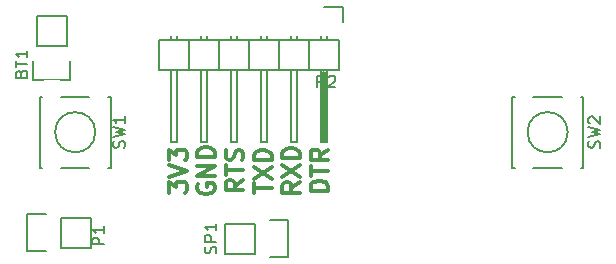
<source format=gto>
G04 #@! TF.FileFunction,Legend,Top*
%FSLAX46Y46*%
G04 Gerber Fmt 4.6, Leading zero omitted, Abs format (unit mm)*
G04 Created by KiCad (PCBNEW 4.0.2+dfsg1-stable) date Mon Jul 16 14:53:24 2018*
%MOMM*%
G01*
G04 APERTURE LIST*
%ADD10C,0.350000*%
%ADD11C,0.300000*%
%ADD12C,0.150000*%
%ADD13R,2.432000X2.432000*%
%ADD14O,2.432000X2.432000*%
%ADD15R,2.127200X2.432000*%
%ADD16O,2.127200X2.432000*%
%ADD17O,1.900000X1.900000*%
%ADD18O,2.400000X2.400000*%
%ADD19R,1.400000X3.150000*%
G04 APERTURE END LIST*
D10*
D11*
X18928571Y-16607142D02*
X18928571Y-15678571D01*
X19500000Y-16178571D01*
X19500000Y-15964285D01*
X19571429Y-15821428D01*
X19642857Y-15749999D01*
X19785714Y-15678571D01*
X20142857Y-15678571D01*
X20285714Y-15749999D01*
X20357143Y-15821428D01*
X20428571Y-15964285D01*
X20428571Y-16392857D01*
X20357143Y-16535714D01*
X20285714Y-16607142D01*
X18928571Y-15250000D02*
X20428571Y-14750000D01*
X18928571Y-14250000D01*
X18928571Y-13892857D02*
X18928571Y-12964286D01*
X19500000Y-13464286D01*
X19500000Y-13250000D01*
X19571429Y-13107143D01*
X19642857Y-13035714D01*
X19785714Y-12964286D01*
X20142857Y-12964286D01*
X20285714Y-13035714D01*
X20357143Y-13107143D01*
X20428571Y-13250000D01*
X20428571Y-13678572D01*
X20357143Y-13821429D01*
X20285714Y-13892857D01*
X21400000Y-15892857D02*
X21328571Y-16035714D01*
X21328571Y-16250000D01*
X21400000Y-16464285D01*
X21542857Y-16607143D01*
X21685714Y-16678571D01*
X21971429Y-16750000D01*
X22185714Y-16750000D01*
X22471429Y-16678571D01*
X22614286Y-16607143D01*
X22757143Y-16464285D01*
X22828571Y-16250000D01*
X22828571Y-16107143D01*
X22757143Y-15892857D01*
X22685714Y-15821428D01*
X22185714Y-15821428D01*
X22185714Y-16107143D01*
X22828571Y-15178571D02*
X21328571Y-15178571D01*
X22828571Y-14321428D01*
X21328571Y-14321428D01*
X22828571Y-13607142D02*
X21328571Y-13607142D01*
X21328571Y-13249999D01*
X21400000Y-13035714D01*
X21542857Y-12892856D01*
X21685714Y-12821428D01*
X21971429Y-12749999D01*
X22185714Y-12749999D01*
X22471429Y-12821428D01*
X22614286Y-12892856D01*
X22757143Y-13035714D01*
X22828571Y-13249999D01*
X22828571Y-13607142D01*
X25228571Y-15571428D02*
X24514286Y-16071428D01*
X25228571Y-16428571D02*
X23728571Y-16428571D01*
X23728571Y-15857143D01*
X23800000Y-15714285D01*
X23871429Y-15642857D01*
X24014286Y-15571428D01*
X24228571Y-15571428D01*
X24371429Y-15642857D01*
X24442857Y-15714285D01*
X24514286Y-15857143D01*
X24514286Y-16428571D01*
X23728571Y-15142857D02*
X23728571Y-14285714D01*
X25228571Y-14714285D02*
X23728571Y-14714285D01*
X25157143Y-13857143D02*
X25228571Y-13642857D01*
X25228571Y-13285714D01*
X25157143Y-13142857D01*
X25085714Y-13071428D01*
X24942857Y-13000000D01*
X24800000Y-13000000D01*
X24657143Y-13071428D01*
X24585714Y-13142857D01*
X24514286Y-13285714D01*
X24442857Y-13571428D01*
X24371429Y-13714286D01*
X24300000Y-13785714D01*
X24157143Y-13857143D01*
X24014286Y-13857143D01*
X23871429Y-13785714D01*
X23800000Y-13714286D01*
X23728571Y-13571428D01*
X23728571Y-13214286D01*
X23800000Y-13000000D01*
X26128571Y-16642857D02*
X26128571Y-15785714D01*
X27628571Y-16214285D02*
X26128571Y-16214285D01*
X26128571Y-15428571D02*
X27628571Y-14428571D01*
X26128571Y-14428571D02*
X27628571Y-15428571D01*
X27628571Y-13857143D02*
X26128571Y-13857143D01*
X26128571Y-13500000D01*
X26200000Y-13285715D01*
X26342857Y-13142857D01*
X26485714Y-13071429D01*
X26771429Y-13000000D01*
X26985714Y-13000000D01*
X27271429Y-13071429D01*
X27414286Y-13142857D01*
X27557143Y-13285715D01*
X27628571Y-13500000D01*
X27628571Y-13857143D01*
X30028571Y-15749999D02*
X29314286Y-16249999D01*
X30028571Y-16607142D02*
X28528571Y-16607142D01*
X28528571Y-16035714D01*
X28600000Y-15892856D01*
X28671429Y-15821428D01*
X28814286Y-15749999D01*
X29028571Y-15749999D01*
X29171429Y-15821428D01*
X29242857Y-15892856D01*
X29314286Y-16035714D01*
X29314286Y-16607142D01*
X28528571Y-15249999D02*
X30028571Y-14249999D01*
X28528571Y-14249999D02*
X30028571Y-15249999D01*
X30028571Y-13678571D02*
X28528571Y-13678571D01*
X28528571Y-13321428D01*
X28600000Y-13107143D01*
X28742857Y-12964285D01*
X28885714Y-12892857D01*
X29171429Y-12821428D01*
X29385714Y-12821428D01*
X29671429Y-12892857D01*
X29814286Y-12964285D01*
X29957143Y-13107143D01*
X30028571Y-13321428D01*
X30028571Y-13678571D01*
X32428571Y-16464285D02*
X30928571Y-16464285D01*
X30928571Y-16107142D01*
X31000000Y-15892857D01*
X31142857Y-15749999D01*
X31285714Y-15678571D01*
X31571429Y-15607142D01*
X31785714Y-15607142D01*
X32071429Y-15678571D01*
X32214286Y-15749999D01*
X32357143Y-15892857D01*
X32428571Y-16107142D01*
X32428571Y-16464285D01*
X30928571Y-15178571D02*
X30928571Y-14321428D01*
X32428571Y-14749999D02*
X30928571Y-14749999D01*
X32428571Y-12964285D02*
X31714286Y-13464285D01*
X32428571Y-13821428D02*
X30928571Y-13821428D01*
X30928571Y-13250000D01*
X31000000Y-13107142D01*
X31071429Y-13035714D01*
X31214286Y-12964285D01*
X31428571Y-12964285D01*
X31571429Y-13035714D01*
X31642857Y-13107142D01*
X31714286Y-13250000D01*
X31714286Y-13821428D01*
D12*
X7730000Y-4230000D02*
X7730000Y-1690000D01*
X7450000Y-7050000D02*
X7450000Y-5500000D01*
X7730000Y-4230000D02*
X10270000Y-4230000D01*
X10550000Y-5500000D02*
X10550000Y-7050000D01*
X10550000Y-7050000D02*
X7450000Y-7050000D01*
X10270000Y-4230000D02*
X10270000Y-1690000D01*
X10270000Y-1690000D02*
X7730000Y-1690000D01*
X9770000Y-18730000D02*
X12310000Y-18730000D01*
X6950000Y-18450000D02*
X8500000Y-18450000D01*
X9770000Y-18730000D02*
X9770000Y-21270000D01*
X8500000Y-21550000D02*
X6950000Y-21550000D01*
X6950000Y-21550000D02*
X6950000Y-18450000D01*
X9770000Y-21270000D02*
X12310000Y-21270000D01*
X12310000Y-21270000D02*
X12310000Y-18730000D01*
X33650000Y-900000D02*
X32100000Y-900000D01*
X33650000Y-2200000D02*
X33650000Y-900000D01*
X32227000Y-6391000D02*
X32227000Y-12233000D01*
X32227000Y-12233000D02*
X31973000Y-12233000D01*
X31973000Y-12233000D02*
X31973000Y-6391000D01*
X31973000Y-6391000D02*
X32100000Y-6391000D01*
X32100000Y-6391000D02*
X32100000Y-12233000D01*
X32354000Y-3724000D02*
X32354000Y-3343000D01*
X31846000Y-3724000D02*
X31846000Y-3343000D01*
X29814000Y-3724000D02*
X29814000Y-3343000D01*
X29306000Y-3724000D02*
X29306000Y-3343000D01*
X27274000Y-3724000D02*
X27274000Y-3343000D01*
X26766000Y-3724000D02*
X26766000Y-3343000D01*
X19146000Y-3724000D02*
X19146000Y-3343000D01*
X19654000Y-3724000D02*
X19654000Y-3343000D01*
X21686000Y-3724000D02*
X21686000Y-3343000D01*
X22194000Y-3724000D02*
X22194000Y-3343000D01*
X24226000Y-3724000D02*
X24226000Y-3343000D01*
X24734000Y-3724000D02*
X24734000Y-3343000D01*
X33370000Y-3724000D02*
X33370000Y-6264000D01*
X30830000Y-3724000D02*
X30830000Y-6264000D01*
X30830000Y-3724000D02*
X28290000Y-3724000D01*
X28290000Y-3724000D02*
X28290000Y-6264000D01*
X29814000Y-6264000D02*
X29814000Y-12360000D01*
X29814000Y-12360000D02*
X29306000Y-12360000D01*
X29306000Y-12360000D02*
X29306000Y-6264000D01*
X28290000Y-6264000D02*
X30830000Y-6264000D01*
X30830000Y-6264000D02*
X33370000Y-6264000D01*
X31846000Y-12360000D02*
X31846000Y-6264000D01*
X32354000Y-12360000D02*
X31846000Y-12360000D01*
X32354000Y-6264000D02*
X32354000Y-12360000D01*
X30830000Y-3724000D02*
X30830000Y-6264000D01*
X33370000Y-3724000D02*
X30830000Y-3724000D01*
X23210000Y-3724000D02*
X23210000Y-6264000D01*
X23210000Y-3724000D02*
X20670000Y-3724000D01*
X20670000Y-3724000D02*
X20670000Y-6264000D01*
X22194000Y-6264000D02*
X22194000Y-12360000D01*
X22194000Y-12360000D02*
X21686000Y-12360000D01*
X21686000Y-12360000D02*
X21686000Y-6264000D01*
X20670000Y-6264000D02*
X23210000Y-6264000D01*
X18130000Y-6264000D02*
X20670000Y-6264000D01*
X19146000Y-12360000D02*
X19146000Y-6264000D01*
X19654000Y-12360000D02*
X19146000Y-12360000D01*
X19654000Y-6264000D02*
X19654000Y-12360000D01*
X18130000Y-3724000D02*
X18130000Y-6264000D01*
X20670000Y-3724000D02*
X18130000Y-3724000D01*
X20670000Y-3724000D02*
X20670000Y-6264000D01*
X25750000Y-3724000D02*
X25750000Y-6264000D01*
X25750000Y-3724000D02*
X23210000Y-3724000D01*
X23210000Y-3724000D02*
X23210000Y-6264000D01*
X24734000Y-6264000D02*
X24734000Y-12360000D01*
X24734000Y-12360000D02*
X24226000Y-12360000D01*
X24226000Y-12360000D02*
X24226000Y-6264000D01*
X23210000Y-6264000D02*
X25750000Y-6264000D01*
X25750000Y-6264000D02*
X28290000Y-6264000D01*
X26766000Y-12360000D02*
X26766000Y-6264000D01*
X27274000Y-12360000D02*
X26766000Y-12360000D01*
X27274000Y-6264000D02*
X27274000Y-12360000D01*
X25750000Y-3724000D02*
X25750000Y-6264000D01*
X28290000Y-3724000D02*
X25750000Y-3724000D01*
X28290000Y-3724000D02*
X28290000Y-6264000D01*
X26230000Y-21770000D02*
X23690000Y-21770000D01*
X29050000Y-22050000D02*
X27500000Y-22050000D01*
X26230000Y-21770000D02*
X26230000Y-19230000D01*
X27500000Y-18950000D02*
X29050000Y-18950000D01*
X29050000Y-18950000D02*
X29050000Y-22050000D01*
X26230000Y-19230000D02*
X23690000Y-19230000D01*
X23690000Y-19230000D02*
X23690000Y-21770000D01*
X8000000Y-8500000D02*
X8200000Y-8500000D01*
X14000000Y-8500000D02*
X13800000Y-8500000D01*
X14000000Y-14500000D02*
X13800000Y-14500000D01*
X8000000Y-14500000D02*
X8200000Y-14500000D01*
X9800000Y-14500000D02*
X12200000Y-14500000D01*
X9800000Y-8500000D02*
X12200000Y-8500000D01*
X8000000Y-8500000D02*
X8000000Y-14500000D01*
X14000000Y-14500000D02*
X14000000Y-8500000D01*
X12700000Y-11500000D02*
G75*
G03X12700000Y-11500000I-1700000J0D01*
G01*
X54000000Y-14500000D02*
X53800000Y-14500000D01*
X48000000Y-14500000D02*
X48200000Y-14500000D01*
X48000000Y-8500000D02*
X48200000Y-8500000D01*
X54000000Y-8500000D02*
X53800000Y-8500000D01*
X52200000Y-8500000D02*
X49800000Y-8500000D01*
X52200000Y-14500000D02*
X49800000Y-14500000D01*
X54000000Y-14500000D02*
X54000000Y-8500000D01*
X48000000Y-8500000D02*
X48000000Y-14500000D01*
X52700000Y-11500000D02*
G75*
G03X52700000Y-11500000I-1700000J0D01*
G01*
X6428571Y-6535714D02*
X6476190Y-6392857D01*
X6523810Y-6345238D01*
X6619048Y-6297619D01*
X6761905Y-6297619D01*
X6857143Y-6345238D01*
X6904762Y-6392857D01*
X6952381Y-6488095D01*
X6952381Y-6869048D01*
X5952381Y-6869048D01*
X5952381Y-6535714D01*
X6000000Y-6440476D01*
X6047619Y-6392857D01*
X6142857Y-6345238D01*
X6238095Y-6345238D01*
X6333333Y-6392857D01*
X6380952Y-6440476D01*
X6428571Y-6535714D01*
X6428571Y-6869048D01*
X5952381Y-6011905D02*
X5952381Y-5440476D01*
X6952381Y-5726191D02*
X5952381Y-5726191D01*
X6952381Y-4583333D02*
X6952381Y-5154762D01*
X6952381Y-4869048D02*
X5952381Y-4869048D01*
X6095238Y-4964286D01*
X6190476Y-5059524D01*
X6238095Y-5154762D01*
X13452381Y-20988095D02*
X12452381Y-20988095D01*
X12452381Y-20607142D01*
X12500000Y-20511904D01*
X12547619Y-20464285D01*
X12642857Y-20416666D01*
X12785714Y-20416666D01*
X12880952Y-20464285D01*
X12928571Y-20511904D01*
X12976190Y-20607142D01*
X12976190Y-20988095D01*
X13452381Y-19464285D02*
X13452381Y-20035714D01*
X13452381Y-19750000D02*
X12452381Y-19750000D01*
X12595238Y-19845238D01*
X12690476Y-19940476D01*
X12738095Y-20035714D01*
X31511905Y-7702381D02*
X31511905Y-6702381D01*
X31892858Y-6702381D01*
X31988096Y-6750000D01*
X32035715Y-6797619D01*
X32083334Y-6892857D01*
X32083334Y-7035714D01*
X32035715Y-7130952D01*
X31988096Y-7178571D01*
X31892858Y-7226190D01*
X31511905Y-7226190D01*
X32464286Y-6797619D02*
X32511905Y-6750000D01*
X32607143Y-6702381D01*
X32845239Y-6702381D01*
X32940477Y-6750000D01*
X32988096Y-6797619D01*
X33035715Y-6892857D01*
X33035715Y-6988095D01*
X32988096Y-7130952D01*
X32416667Y-7702381D01*
X33035715Y-7702381D01*
X22904762Y-21761905D02*
X22952381Y-21619048D01*
X22952381Y-21380952D01*
X22904762Y-21285714D01*
X22857143Y-21238095D01*
X22761905Y-21190476D01*
X22666667Y-21190476D01*
X22571429Y-21238095D01*
X22523810Y-21285714D01*
X22476190Y-21380952D01*
X22428571Y-21571429D01*
X22380952Y-21666667D01*
X22333333Y-21714286D01*
X22238095Y-21761905D01*
X22142857Y-21761905D01*
X22047619Y-21714286D01*
X22000000Y-21666667D01*
X21952381Y-21571429D01*
X21952381Y-21333333D01*
X22000000Y-21190476D01*
X22952381Y-20761905D02*
X21952381Y-20761905D01*
X21952381Y-20380952D01*
X22000000Y-20285714D01*
X22047619Y-20238095D01*
X22142857Y-20190476D01*
X22285714Y-20190476D01*
X22380952Y-20238095D01*
X22428571Y-20285714D01*
X22476190Y-20380952D01*
X22476190Y-20761905D01*
X22952381Y-19238095D02*
X22952381Y-19809524D01*
X22952381Y-19523810D02*
X21952381Y-19523810D01*
X22095238Y-19619048D01*
X22190476Y-19714286D01*
X22238095Y-19809524D01*
X15154762Y-12833333D02*
X15202381Y-12690476D01*
X15202381Y-12452380D01*
X15154762Y-12357142D01*
X15107143Y-12309523D01*
X15011905Y-12261904D01*
X14916667Y-12261904D01*
X14821429Y-12309523D01*
X14773810Y-12357142D01*
X14726190Y-12452380D01*
X14678571Y-12642857D01*
X14630952Y-12738095D01*
X14583333Y-12785714D01*
X14488095Y-12833333D01*
X14392857Y-12833333D01*
X14297619Y-12785714D01*
X14250000Y-12738095D01*
X14202381Y-12642857D01*
X14202381Y-12404761D01*
X14250000Y-12261904D01*
X14202381Y-11928571D02*
X15202381Y-11690476D01*
X14488095Y-11499999D01*
X15202381Y-11309523D01*
X14202381Y-11071428D01*
X15202381Y-10166666D02*
X15202381Y-10738095D01*
X15202381Y-10452381D02*
X14202381Y-10452381D01*
X14345238Y-10547619D01*
X14440476Y-10642857D01*
X14488095Y-10738095D01*
X55404762Y-12833333D02*
X55452381Y-12690476D01*
X55452381Y-12452380D01*
X55404762Y-12357142D01*
X55357143Y-12309523D01*
X55261905Y-12261904D01*
X55166667Y-12261904D01*
X55071429Y-12309523D01*
X55023810Y-12357142D01*
X54976190Y-12452380D01*
X54928571Y-12642857D01*
X54880952Y-12738095D01*
X54833333Y-12785714D01*
X54738095Y-12833333D01*
X54642857Y-12833333D01*
X54547619Y-12785714D01*
X54500000Y-12738095D01*
X54452381Y-12642857D01*
X54452381Y-12404761D01*
X54500000Y-12261904D01*
X54452381Y-11928571D02*
X55452381Y-11690476D01*
X54738095Y-11499999D01*
X55452381Y-11309523D01*
X54452381Y-11071428D01*
X54547619Y-10738095D02*
X54500000Y-10690476D01*
X54452381Y-10595238D01*
X54452381Y-10357142D01*
X54500000Y-10261904D01*
X54547619Y-10214285D01*
X54642857Y-10166666D01*
X54738095Y-10166666D01*
X54880952Y-10214285D01*
X55452381Y-10785714D01*
X55452381Y-10166666D01*
%LPC*%
D13*
X9000000Y-5500000D03*
D14*
X9000000Y-2960000D03*
D13*
X8500000Y-20000000D03*
D14*
X11040000Y-20000000D03*
D15*
X32100000Y-2200000D03*
D16*
X29560000Y-2200000D03*
X27020000Y-2200000D03*
X24480000Y-2200000D03*
X21940000Y-2200000D03*
X19400000Y-2200000D03*
D17*
X4562540Y-14000900D03*
X4562540Y-9000900D03*
D18*
X1862540Y-15000900D03*
X1862540Y-8000900D03*
D13*
X27500000Y-20500000D03*
D14*
X24960000Y-20500000D03*
D19*
X9000000Y-8625000D03*
X9000000Y-14375000D03*
X13000000Y-14375000D03*
X13000000Y-8625000D03*
X53000000Y-14375000D03*
X53000000Y-8625000D03*
X49000000Y-8625000D03*
X49000000Y-14375000D03*
M02*

</source>
